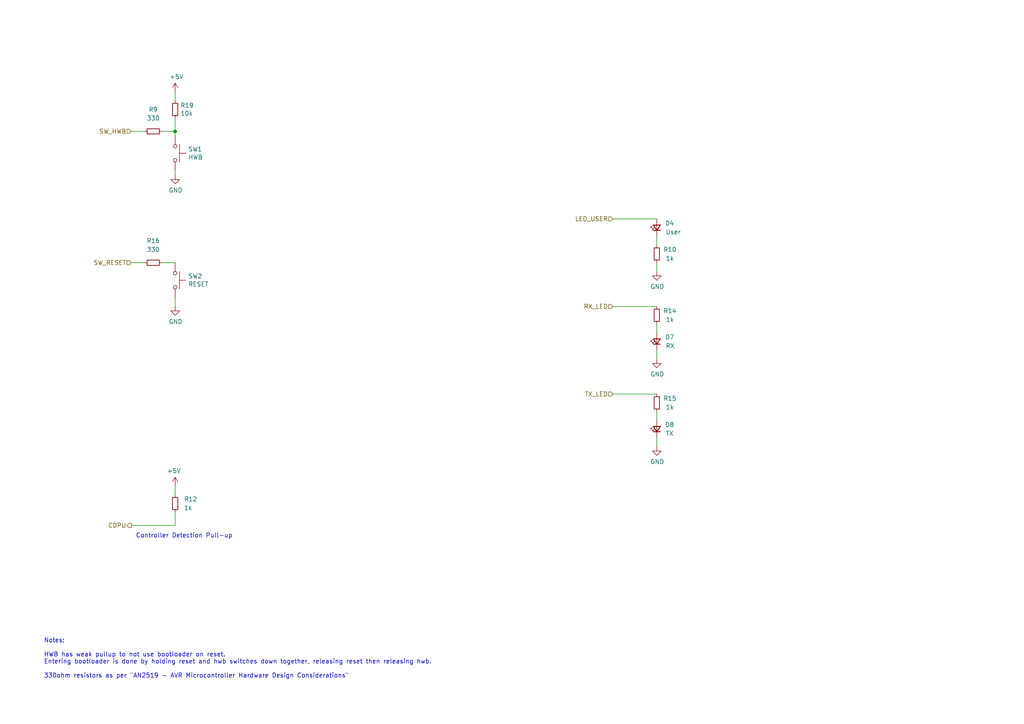
<source format=kicad_sch>
(kicad_sch (version 20211123) (generator eeschema)
  (paper "A4")
  (lib_symbols
    (symbol "Device:LED_Small" (pin_numbers hide) (pin_names (offset 0.254) hide)
      (property "Reference" "D" (at -1.27 3.175 0))
      (property "Value" "LED_Small" (at -4.445 -2.54 0))
      (symbol "LED_Small_0_1"
        (polyline (pts (xy -0.762 -1.016) (xy -0.762 1.016)) (stroke (width 0.254)))
        (polyline (pts (xy 1.016 0) (xy -0.762 0)))
        (polyline (pts (xy 0.762 -1.016) (xy -0.762 0) (xy 0.762 1.016) (xy 0.762 -1.016)) (stroke (width 0.254)))
        (polyline (pts (xy 0 0.762) (xy -0.508 1.27) (xy -0.254 1.27) (xy -0.508 1.27) (xy -0.508 1.016)))
        (polyline (pts (xy 0.508 1.27) (xy 0 1.778) (xy 0.254 1.778) (xy 0 1.778) (xy 0 1.524)))
      )
      (symbol "LED_Small_1_1"
        (pin passive line (at -2.54 0 0) (length 1.778) (name "K") (number "1"))
        (pin passive line (at 2.54 0 180) (length 1.778) (name "A") (number "2"))
      )
    )
    (symbol "Device:R_Small" (pin_numbers hide) (pin_names (offset 0.254) hide)
      (property "Reference" "R" (at 0.762 0.508 0))
      (property "Value" "R_Small" (at 0.762 -1.016 0))
      (symbol "R_Small_0_1"
        (rectangle (start -0.762 1.778) (end 0.762 -1.778) (stroke (width 0.2032)))
      )
      (symbol "R_Small_1_1"
        (pin passive line (at 0 2.54 270) (length 0.762) (name "~") (number "1"))
        (pin passive line (at 0 -2.54 90) (length 0.762) (name "~") (number "2"))
      )
    )
    (symbol "Switch:SW_Push" (pin_numbers hide) (pin_names (offset 1.016) hide)
      (property "Reference" "SW" (at 1.27 2.54 0))
      (property "Value" "SW_Push" (at 0 -1.524 0))
      (symbol "SW_Push_0_1"
        (circle (center -2.032 0) (radius 0.508))
        (polyline (pts (xy 0 1.27) (xy 0 3.048)))
        (polyline (pts (xy 2.54 1.27) (xy -2.54 1.27)))
        (circle (center 2.032 0) (radius 0.508))
        (pin passive line (at -5.08 0 0) (length 2.54) (name "1") (number "1"))
        (pin passive line (at 5.08 0 180) (length 2.54) (name "2") (number "2"))
      )
    )
    (symbol "power:+5V" (power) (pin_names (offset 0))
      (property "Value" "+5V" (at 0 3.556 0))
      (symbol "+5V_0_1"
        (polyline (pts (xy -0.762 1.27) (xy 0 2.54)))
        (polyline (pts (xy 0 0) (xy 0 2.54)))
        (polyline (pts (xy 0 2.54) (xy 0.762 1.27)))
      )
      (symbol "+5V_1_1"
        (pin power_in line (at 0 0 90) (length 0) hide (name "+5V") (number "1"))
      )
    )
    (symbol "power:GND" (power) (pin_names (offset 0))
      (property "Value" "GND" (at 0 -3.81 0))
      (symbol "GND_0_1"
        (polyline (pts (xy 0 0) (xy 0 -1.27) (xy 1.27 -1.27) (xy 0 -2.54) (xy -1.27 -1.27) (xy 0 -1.27)))
      )
      (symbol "GND_1_1"
        (pin power_in line (at 0 0 270) (length 0) hide (name "GND") (number "1"))
      )
    )
  )
  (junction (at 50.8 38.1))
  (wire (pts (xy 190.5 101.6) (xy 190.5 104.14)))
  (wire (pts (xy 177.8 114.3) (xy 190.5 114.3)))
  (wire (pts (xy 50.8 152.4) (xy 50.8 148.59)))
  (wire (pts (xy 190.5 127) (xy 190.5 129.54)))
  (wire (pts (xy 177.8 88.9) (xy 190.5 88.9)))
  (wire (pts (xy 50.8 143.51) (xy 50.8 140.97)))
  (wire (pts (xy 38.1 38.1) (xy 41.91 38.1)))
  (wire (pts (xy 190.5 93.98) (xy 190.5 96.52)))
  (wire (pts (xy 46.99 76.2) (xy 50.8 76.2)))
  (wire (pts (xy 190.5 119.38) (xy 190.5 121.92)))
  (wire (pts (xy 177.8 63.5) (xy 190.5 63.5)))
  (wire (pts (xy 50.8 38.1) (xy 50.8 39.37)))
  (wire (pts (xy 46.99 38.1) (xy 50.8 38.1)))
  (wire (pts (xy 50.8 26.67) (xy 50.8 29.21)))
  (wire (pts (xy 50.8 34.29) (xy 50.8 38.1)))
  (wire (pts (xy 190.5 76.2) (xy 190.5 78.74)))
  (wire (pts (xy 190.5 68.58) (xy 190.5 71.12)))
  (wire (pts (xy 38.1 76.2) (xy 41.91 76.2)))
  (wire (pts (xy 38.1 152.4) (xy 50.8 152.4)))
  (wire (pts (xy 50.8 49.53) (xy 50.8 50.8)))
  (wire (pts (xy 50.8 86.36) (xy 50.8 88.9)))
  (text "Controller Detection Pull-up" (at 39.37 156.21 0) (effects (font (size 1.27 1.27)) (justify left bottom)))
  (text "Notes:\n\nHWB has weak pullup to not use bootloader on reset.\nEntering bootloader is done by holding reset and hwb switches down together, releasing reset then releasing hwb.\n\n330ohm resistors as per \"AN2519 - AVR Microcontroller Hardware Design Considerations\"" (at 12.7 196.85 0) (effects (font (size 1.27 1.27)) (justify left bottom)))
  (hierarchical_label "RX_LED" (shape input) (at 177.8 88.9 180))
  (hierarchical_label "CDPU" (shape output) (at 38.1 152.4 180))
  (hierarchical_label "TX_LED" (shape input) (at 177.8 114.3 180))
  (hierarchical_label "SW_RESET" (shape input) (at 38.1 76.2 180))
  (hierarchical_label "LED_USER" (shape input) (at 177.8 63.5 180))
  (hierarchical_label "SW_HWB" (shape input) (at 38.1 38.1 180))
  (symbol (lib_id "Switch:SW_Push") (at 50.8 81.28 270) (unit 1)
    (property "Reference" "SW2" (at 54.5592 80.1116 90) (effects (justify left)))
    (property "Value" "RESET" (at 54.5592 82.423 90) (effects (justify left)))
    (property "Footprint" "OpenRetroPad:Alps_SKRK" (effects hide))
  )
  (symbol (lib_id "power:GND") (at 190.5 129.54 0) (unit 1)
    (property "Reference" "#PWR033" (effects hide))
    (property "Value" "GND" (at 190.627 133.9342 0))
  )
  (symbol (lib_id "Device:R_Small") (at 190.5 91.44 180) (unit 1)
    (property "Reference" "R14" (at 194.31 90.17 0))
    (property "Value" "1k" (at 194.31 92.71 0))
    (property "Footprint" "Resistor_SMD:R_0603_1608Metric" (effects hide))
  )
  (symbol (lib_id "Device:R_Small") (at 50.8 31.75 0) (unit 1)
    (property "Reference" "R19" (at 52.2986 30.5816 0) (effects (justify left)))
    (property "Value" "10k" (at 52.2986 32.893 0) (effects (justify left)))
    (property "Footprint" "Resistor_SMD:R_0603_1608Metric" (effects hide))
  )
  (symbol (lib_id "power:GND") (at 190.5 104.14 0) (unit 1)
    (property "Reference" "#PWR032" (effects hide))
    (property "Value" "GND" (at 190.627 108.5342 0))
  )
  (symbol (lib_id "Device:LED_Small") (at 190.5 66.04 90) (unit 1)
    (property "Reference" "D4" (at 195.58 64.77 90) (effects (justify left)))
    (property "Value" "User" (at 193.04 67.31 90) (effects (justify right)))
    (property "Footprint" "LED_SMD:LED_0603_1608Metric" (effects hide))
  )
  (symbol (lib_id "Device:LED_Small") (at 190.5 124.46 90) (unit 1)
    (property "Reference" "D8" (at 195.58 123.19 90) (effects (justify left)))
    (property "Value" "TX" (at 193.04 125.73 90) (effects (justify right)))
    (property "Footprint" "LED_SMD:LED_0603_1608Metric" (effects hide))
  )
  (symbol (lib_id "power:GND") (at 50.8 50.8 0) (unit 1)
    (property "Reference" "#PWR025" (effects hide))
    (property "Value" "GND" (at 50.927 55.1942 0))
  )
  (symbol (lib_id "Device:R_Small") (at 190.5 116.84 180) (unit 1)
    (property "Reference" "R15" (at 194.31 115.57 0))
    (property "Value" "1k" (at 194.31 118.11 0))
    (property "Footprint" "Resistor_SMD:R_0603_1608Metric" (effects hide))
  )
  (symbol (lib_id "power:+5V") (at 50.8 26.67 0) (unit 1)
    (property "Reference" "#PWR014" (effects hide))
    (property "Value" "+5V" (at 51.181 22.2758 0))
  )
  (symbol (lib_id "power:+5V") (at 50.8 140.97 0) (mirror y) (unit 1)
    (property "Reference" "#PWR030" (effects hide))
    (property "Value" "+5V" (at 50.419 136.5758 0))
  )
  (symbol (lib_id "Device:R_Small") (at 190.5 73.66 180) (unit 1)
    (property "Reference" "R10" (at 194.31 72.39 0))
    (property "Value" "1k" (at 194.31 74.93 0))
    (property "Footprint" "Resistor_SMD:R_0603_1608Metric" (effects hide))
  )
  (symbol (lib_id "Device:R_Small") (at 44.45 38.1 90) (unit 1)
    (property "Reference" "R9" (at 44.45 31.75 90))
    (property "Value" "330" (at 44.45 34.29 90))
    (property "Footprint" "Resistor_SMD:R_0603_1608Metric" (effects hide))
  )
  (symbol (lib_id "Device:LED_Small") (at 190.5 99.06 90) (unit 1)
    (property "Reference" "D7" (at 195.58 97.79 90) (effects (justify left)))
    (property "Value" "RX" (at 193.04 100.33 90) (effects (justify right)))
    (property "Footprint" "LED_SMD:LED_0603_1608Metric" (effects hide))
  )
  (symbol (lib_id "Switch:SW_Push") (at 50.8 44.45 270) (unit 1)
    (property "Reference" "SW1" (at 54.5592 43.2816 90) (effects (justify left)))
    (property "Value" "HWB" (at 54.5592 45.593 90) (effects (justify left)))
    (property "Footprint" "OpenRetroPad:Alps_SKRK" (effects hide))
  )
  (symbol (lib_id "Device:R_Small") (at 50.8 146.05 180) (unit 1)
    (property "Reference" "R12" (at 53.34 144.78 0) (effects (justify right)))
    (property "Value" "1k" (at 53.34 147.32 0) (effects (justify right)))
    (property "Footprint" "Resistor_SMD:R_0603_1608Metric" (effects hide))
  )
  (symbol (lib_id "power:GND") (at 50.8 88.9 0) (unit 1)
    (property "Reference" "#PWR028" (effects hide))
    (property "Value" "GND" (at 50.927 93.2942 0))
  )
  (symbol (lib_id "Device:R_Small") (at 44.45 76.2 90) (unit 1)
    (property "Reference" "R16" (at 44.45 69.85 90))
    (property "Value" "330" (at 44.45 72.39 90))
    (property "Footprint" "Resistor_SMD:R_0603_1608Metric" (effects hide))
  )
  (symbol (lib_id "power:GND") (at 190.5 78.74 0) (unit 1)
    (property "Reference" "#PWR027" (effects hide))
    (property "Value" "GND" (at 190.627 83.1342 0))
  )
)
</source>
